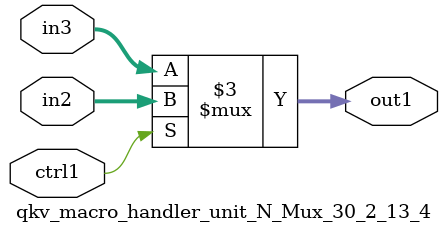
<source format=v>

`timescale 1ps / 1ps


module qkv_macro_handler_unit_N_Mux_30_2_13_4( in3, in2, ctrl1, out1 );

    input [29:0] in3;
    input [29:0] in2;
    input ctrl1;
    output [29:0] out1;
    reg [29:0] out1;

    
    // rtl_process:qkv_macro_handler_unit_N_Mux_30_2_13_4/qkv_macro_handler_unit_N_Mux_30_2_13_4_thread_1
    always @*
      begin : qkv_macro_handler_unit_N_Mux_30_2_13_4_thread_1
        case (ctrl1) 
          1'b1: 
            begin
              out1 = in2;
            end
          default: 
            begin
              out1 = in3;
            end
        endcase
      end

endmodule


</source>
